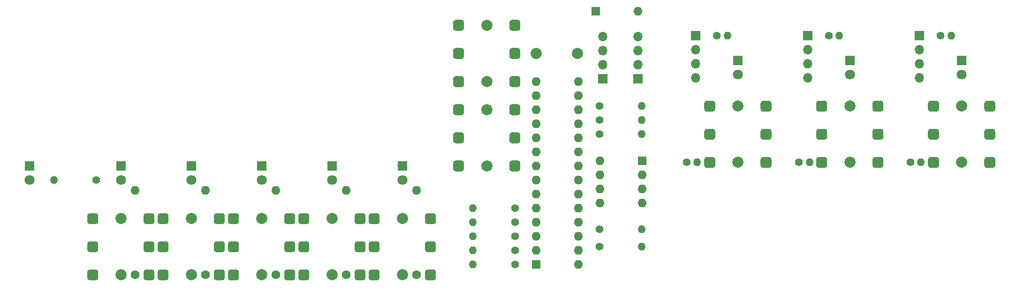
<source format=gbr>
%TF.GenerationSoftware,KiCad,Pcbnew,(5.1.9)-1*%
%TF.CreationDate,2021-06-09T10:26:03+02:00*%
%TF.ProjectId,Frontplatte,46726f6e-7470-46c6-9174-74652e6b6963,rev?*%
%TF.SameCoordinates,Original*%
%TF.FileFunction,Soldermask,Top*%
%TF.FilePolarity,Negative*%
%FSLAX46Y46*%
G04 Gerber Fmt 4.6, Leading zero omitted, Abs format (unit mm)*
G04 Created by KiCad (PCBNEW (5.1.9)-1) date 2021-06-09 10:26:03*
%MOMM*%
%LPD*%
G01*
G04 APERTURE LIST*
%ADD10O,1.600000X1.600000*%
%ADD11C,1.600000*%
%ADD12O,1.400000X1.400000*%
%ADD13C,1.400000*%
%ADD14R,1.700000X1.700000*%
%ADD15O,1.700000X1.700000*%
%ADD16R,1.600000X1.600000*%
%ADD17C,2.000000*%
%ADD18C,1.800000*%
%ADD19R,1.800000X1.800000*%
G04 APERTURE END LIST*
D10*
%TO.C,R10*%
X124460000Y-83820000D03*
D11*
X124460000Y-99060000D03*
%TD*%
D10*
%TO.C,R8*%
X111760000Y-83820000D03*
D11*
X111760000Y-99060000D03*
%TD*%
D10*
%TO.C,R6*%
X99060000Y-83820000D03*
D11*
X99060000Y-99060000D03*
%TD*%
D10*
%TO.C,R4*%
X86360000Y-83820000D03*
D11*
X86360000Y-99060000D03*
%TD*%
D10*
%TO.C,R2*%
X73660000Y-83820000D03*
D11*
X73660000Y-99060000D03*
%TD*%
D12*
%TO.C,R18*%
X215537500Y-78740000D03*
D13*
X213637500Y-78740000D03*
%TD*%
%TO.C,R16*%
X193524500Y-78740000D03*
D12*
X195424500Y-78740000D03*
%TD*%
%TO.C,R14*%
X175151500Y-78740000D03*
D13*
X173251500Y-78740000D03*
%TD*%
D12*
%TO.C,R22*%
X165100000Y-68580000D03*
D13*
X157480000Y-68580000D03*
%TD*%
D12*
%TO.C,R21*%
X165100000Y-71120000D03*
D13*
X157480000Y-71120000D03*
%TD*%
D12*
%TO.C,R20*%
X165100000Y-73660000D03*
D13*
X157480000Y-73660000D03*
%TD*%
D12*
%TO.C,R13*%
X165100000Y-90805000D03*
D13*
X157480000Y-90805000D03*
%TD*%
D12*
%TO.C,R12*%
X165100000Y-93980000D03*
D13*
X157480000Y-93980000D03*
%TD*%
D14*
%TO.C,J4*%
X195072000Y-55880000D03*
D15*
X195072000Y-58420000D03*
X195072000Y-60960000D03*
X195072000Y-63500000D03*
%TD*%
D12*
%TO.C,R19*%
X220980000Y-55880000D03*
D13*
X219080000Y-55880000D03*
%TD*%
%TO.C,R17*%
X198887000Y-55880000D03*
D12*
X200787000Y-55880000D03*
%TD*%
%TO.C,R15*%
X180594000Y-55880000D03*
D13*
X178694000Y-55880000D03*
%TD*%
D12*
%TO.C,R11*%
X134620000Y-86995000D03*
D13*
X142240000Y-86995000D03*
%TD*%
D12*
%TO.C,R9*%
X134620000Y-89535000D03*
D13*
X142240000Y-89535000D03*
%TD*%
D12*
%TO.C,R7*%
X134620000Y-92075000D03*
D13*
X142240000Y-92075000D03*
%TD*%
D12*
%TO.C,R5*%
X134620000Y-94615000D03*
D13*
X142240000Y-94615000D03*
%TD*%
D12*
%TO.C,R3*%
X134620000Y-97155000D03*
D13*
X142240000Y-97155000D03*
%TD*%
D12*
%TO.C,R1*%
X59055000Y-81915000D03*
D13*
X66675000Y-81915000D03*
%TD*%
D16*
%TO.C,D10*%
X156845000Y-51435000D03*
D10*
X164465000Y-51435000D03*
%TD*%
%TO.C,S10*%
G36*
G01*
X216805000Y-69080000D02*
X216805000Y-68080000D01*
G75*
G02*
X217305000Y-67580000I500000J0D01*
G01*
X218305000Y-67580000D01*
G75*
G02*
X218805000Y-68080000I0J-500000D01*
G01*
X218805000Y-69080000D01*
G75*
G02*
X218305000Y-69580000I-500000J0D01*
G01*
X217305000Y-69580000D01*
G75*
G02*
X216805000Y-69080000I0J500000D01*
G01*
G37*
G36*
G01*
X216805000Y-74160000D02*
X216805000Y-73160000D01*
G75*
G02*
X217305000Y-72660000I500000J0D01*
G01*
X218305000Y-72660000D01*
G75*
G02*
X218805000Y-73160000I0J-500000D01*
G01*
X218805000Y-74160000D01*
G75*
G02*
X218305000Y-74660000I-500000J0D01*
G01*
X217305000Y-74660000D01*
G75*
G02*
X216805000Y-74160000I0J500000D01*
G01*
G37*
G36*
G01*
X216805000Y-79240000D02*
X216805000Y-78240000D01*
G75*
G02*
X217305000Y-77740000I500000J0D01*
G01*
X218305000Y-77740000D01*
G75*
G02*
X218805000Y-78240000I0J-500000D01*
G01*
X218805000Y-79240000D01*
G75*
G02*
X218305000Y-79740000I-500000J0D01*
G01*
X217305000Y-79740000D01*
G75*
G02*
X216805000Y-79240000I0J500000D01*
G01*
G37*
G36*
G01*
X226965000Y-69080000D02*
X226965000Y-68080000D01*
G75*
G02*
X227465000Y-67580000I500000J0D01*
G01*
X228465000Y-67580000D01*
G75*
G02*
X228965000Y-68080000I0J-500000D01*
G01*
X228965000Y-69080000D01*
G75*
G02*
X228465000Y-69580000I-500000J0D01*
G01*
X227465000Y-69580000D01*
G75*
G02*
X226965000Y-69080000I0J500000D01*
G01*
G37*
G36*
G01*
X226965000Y-74160000D02*
X226965000Y-73160000D01*
G75*
G02*
X227465000Y-72660000I500000J0D01*
G01*
X228465000Y-72660000D01*
G75*
G02*
X228965000Y-73160000I0J-500000D01*
G01*
X228965000Y-74160000D01*
G75*
G02*
X228465000Y-74660000I-500000J0D01*
G01*
X227465000Y-74660000D01*
G75*
G02*
X226965000Y-74160000I0J500000D01*
G01*
G37*
G36*
G01*
X226965000Y-79240000D02*
X226965000Y-78240000D01*
G75*
G02*
X227465000Y-77740000I500000J0D01*
G01*
X228465000Y-77740000D01*
G75*
G02*
X228965000Y-78240000I0J-500000D01*
G01*
X228965000Y-79240000D01*
G75*
G02*
X228465000Y-79740000I-500000J0D01*
G01*
X227465000Y-79740000D01*
G75*
G02*
X226965000Y-79240000I0J500000D01*
G01*
G37*
D17*
X222885000Y-68580000D03*
X222885000Y-78740000D03*
%TD*%
D16*
%TO.C,SW1*%
X165227000Y-78486000D03*
D10*
X157607000Y-86106000D03*
X165227000Y-81026000D03*
X157607000Y-83566000D03*
X165227000Y-83566000D03*
X157607000Y-81026000D03*
X165227000Y-86106000D03*
X157607000Y-78486000D03*
%TD*%
D17*
%TO.C,C1*%
X153550000Y-59055000D03*
X146050000Y-59055000D03*
%TD*%
%TO.C,S9*%
X202692000Y-78740000D03*
X202692000Y-68580000D03*
G36*
G01*
X206772000Y-79240000D02*
X206772000Y-78240000D01*
G75*
G02*
X207272000Y-77740000I500000J0D01*
G01*
X208272000Y-77740000D01*
G75*
G02*
X208772000Y-78240000I0J-500000D01*
G01*
X208772000Y-79240000D01*
G75*
G02*
X208272000Y-79740000I-500000J0D01*
G01*
X207272000Y-79740000D01*
G75*
G02*
X206772000Y-79240000I0J500000D01*
G01*
G37*
G36*
G01*
X206772000Y-74160000D02*
X206772000Y-73160000D01*
G75*
G02*
X207272000Y-72660000I500000J0D01*
G01*
X208272000Y-72660000D01*
G75*
G02*
X208772000Y-73160000I0J-500000D01*
G01*
X208772000Y-74160000D01*
G75*
G02*
X208272000Y-74660000I-500000J0D01*
G01*
X207272000Y-74660000D01*
G75*
G02*
X206772000Y-74160000I0J500000D01*
G01*
G37*
G36*
G01*
X206772000Y-69080000D02*
X206772000Y-68080000D01*
G75*
G02*
X207272000Y-67580000I500000J0D01*
G01*
X208272000Y-67580000D01*
G75*
G02*
X208772000Y-68080000I0J-500000D01*
G01*
X208772000Y-69080000D01*
G75*
G02*
X208272000Y-69580000I-500000J0D01*
G01*
X207272000Y-69580000D01*
G75*
G02*
X206772000Y-69080000I0J500000D01*
G01*
G37*
G36*
G01*
X196612000Y-79240000D02*
X196612000Y-78240000D01*
G75*
G02*
X197112000Y-77740000I500000J0D01*
G01*
X198112000Y-77740000D01*
G75*
G02*
X198612000Y-78240000I0J-500000D01*
G01*
X198612000Y-79240000D01*
G75*
G02*
X198112000Y-79740000I-500000J0D01*
G01*
X197112000Y-79740000D01*
G75*
G02*
X196612000Y-79240000I0J500000D01*
G01*
G37*
G36*
G01*
X196612000Y-74160000D02*
X196612000Y-73160000D01*
G75*
G02*
X197112000Y-72660000I500000J0D01*
G01*
X198112000Y-72660000D01*
G75*
G02*
X198612000Y-73160000I0J-500000D01*
G01*
X198612000Y-74160000D01*
G75*
G02*
X198112000Y-74660000I-500000J0D01*
G01*
X197112000Y-74660000D01*
G75*
G02*
X196612000Y-74160000I0J500000D01*
G01*
G37*
G36*
G01*
X196612000Y-69080000D02*
X196612000Y-68080000D01*
G75*
G02*
X197112000Y-67580000I500000J0D01*
G01*
X198112000Y-67580000D01*
G75*
G02*
X198612000Y-68080000I0J-500000D01*
G01*
X198612000Y-69080000D01*
G75*
G02*
X198112000Y-69580000I-500000J0D01*
G01*
X197112000Y-69580000D01*
G75*
G02*
X196612000Y-69080000I0J500000D01*
G01*
G37*
%TD*%
%TO.C,S8*%
G36*
G01*
X176419000Y-69080000D02*
X176419000Y-68080000D01*
G75*
G02*
X176919000Y-67580000I500000J0D01*
G01*
X177919000Y-67580000D01*
G75*
G02*
X178419000Y-68080000I0J-500000D01*
G01*
X178419000Y-69080000D01*
G75*
G02*
X177919000Y-69580000I-500000J0D01*
G01*
X176919000Y-69580000D01*
G75*
G02*
X176419000Y-69080000I0J500000D01*
G01*
G37*
G36*
G01*
X176419000Y-74160000D02*
X176419000Y-73160000D01*
G75*
G02*
X176919000Y-72660000I500000J0D01*
G01*
X177919000Y-72660000D01*
G75*
G02*
X178419000Y-73160000I0J-500000D01*
G01*
X178419000Y-74160000D01*
G75*
G02*
X177919000Y-74660000I-500000J0D01*
G01*
X176919000Y-74660000D01*
G75*
G02*
X176419000Y-74160000I0J500000D01*
G01*
G37*
G36*
G01*
X176419000Y-79240000D02*
X176419000Y-78240000D01*
G75*
G02*
X176919000Y-77740000I500000J0D01*
G01*
X177919000Y-77740000D01*
G75*
G02*
X178419000Y-78240000I0J-500000D01*
G01*
X178419000Y-79240000D01*
G75*
G02*
X177919000Y-79740000I-500000J0D01*
G01*
X176919000Y-79740000D01*
G75*
G02*
X176419000Y-79240000I0J500000D01*
G01*
G37*
G36*
G01*
X186579000Y-69080000D02*
X186579000Y-68080000D01*
G75*
G02*
X187079000Y-67580000I500000J0D01*
G01*
X188079000Y-67580000D01*
G75*
G02*
X188579000Y-68080000I0J-500000D01*
G01*
X188579000Y-69080000D01*
G75*
G02*
X188079000Y-69580000I-500000J0D01*
G01*
X187079000Y-69580000D01*
G75*
G02*
X186579000Y-69080000I0J500000D01*
G01*
G37*
G36*
G01*
X186579000Y-74160000D02*
X186579000Y-73160000D01*
G75*
G02*
X187079000Y-72660000I500000J0D01*
G01*
X188079000Y-72660000D01*
G75*
G02*
X188579000Y-73160000I0J-500000D01*
G01*
X188579000Y-74160000D01*
G75*
G02*
X188079000Y-74660000I-500000J0D01*
G01*
X187079000Y-74660000D01*
G75*
G02*
X186579000Y-74160000I0J500000D01*
G01*
G37*
G36*
G01*
X186579000Y-79240000D02*
X186579000Y-78240000D01*
G75*
G02*
X187079000Y-77740000I500000J0D01*
G01*
X188079000Y-77740000D01*
G75*
G02*
X188579000Y-78240000I0J-500000D01*
G01*
X188579000Y-79240000D01*
G75*
G02*
X188079000Y-79740000I-500000J0D01*
G01*
X187079000Y-79740000D01*
G75*
G02*
X186579000Y-79240000I0J500000D01*
G01*
G37*
X182499000Y-68580000D03*
X182499000Y-78740000D03*
%TD*%
D15*
%TO.C,J5*%
X215265000Y-63500000D03*
X215265000Y-60960000D03*
X215265000Y-58420000D03*
D14*
X215265000Y-55880000D03*
%TD*%
D15*
%TO.C,J3*%
X174879000Y-63500000D03*
X174879000Y-60960000D03*
X174879000Y-58420000D03*
D14*
X174879000Y-55880000D03*
%TD*%
D18*
%TO.C,D9*%
X222885000Y-62865000D03*
D19*
X222885000Y-60325000D03*
%TD*%
%TO.C,D8*%
X202692000Y-60325000D03*
D18*
X202692000Y-62865000D03*
%TD*%
%TO.C,D7*%
X182499000Y-62865000D03*
D19*
X182499000Y-60325000D03*
%TD*%
D14*
%TO.C,J2*%
X164465000Y-63627000D03*
D15*
X164465000Y-61087000D03*
X164465000Y-58547000D03*
X164465000Y-56007000D03*
%TD*%
D14*
%TO.C,J1*%
X158115000Y-63627000D03*
D15*
X158115000Y-61087000D03*
X158115000Y-58547000D03*
X158115000Y-56007000D03*
%TD*%
D19*
%TO.C,D6*%
X121920000Y-79375000D03*
D18*
X121920000Y-81915000D03*
%TD*%
D19*
%TO.C,D5*%
X109220000Y-79375000D03*
D18*
X109220000Y-81915000D03*
%TD*%
D19*
%TO.C,D4*%
X96520000Y-79375000D03*
D18*
X96520000Y-81915000D03*
%TD*%
D19*
%TO.C,D3*%
X83820000Y-79375000D03*
D18*
X83820000Y-81915000D03*
%TD*%
D19*
%TO.C,D2*%
X71120000Y-79375000D03*
D18*
X71120000Y-81915000D03*
%TD*%
D19*
%TO.C,D1*%
X54610000Y-79375000D03*
D18*
X54610000Y-81915000D03*
%TD*%
D16*
%TO.C,U1*%
X146050000Y-97155000D03*
D10*
X153670000Y-64135000D03*
X146050000Y-94615000D03*
X153670000Y-66675000D03*
X146050000Y-92075000D03*
X153670000Y-69215000D03*
X146050000Y-89535000D03*
X153670000Y-71755000D03*
X146050000Y-86995000D03*
X153670000Y-74295000D03*
X146050000Y-84455000D03*
X153670000Y-76835000D03*
X146050000Y-81915000D03*
X153670000Y-79375000D03*
X146050000Y-79375000D03*
X153670000Y-81915000D03*
X146050000Y-76835000D03*
X153670000Y-84455000D03*
X146050000Y-74295000D03*
X153670000Y-86995000D03*
X146050000Y-71755000D03*
X153670000Y-89535000D03*
X146050000Y-69215000D03*
X153670000Y-92075000D03*
X146050000Y-66675000D03*
X153670000Y-94615000D03*
X146050000Y-64135000D03*
X153670000Y-97155000D03*
%TD*%
%TO.C,S7*%
G36*
G01*
X131080000Y-54475000D02*
X131080000Y-53475000D01*
G75*
G02*
X131580000Y-52975000I500000J0D01*
G01*
X132580000Y-52975000D01*
G75*
G02*
X133080000Y-53475000I0J-500000D01*
G01*
X133080000Y-54475000D01*
G75*
G02*
X132580000Y-54975000I-500000J0D01*
G01*
X131580000Y-54975000D01*
G75*
G02*
X131080000Y-54475000I0J500000D01*
G01*
G37*
G36*
G01*
X131080000Y-59555000D02*
X131080000Y-58555000D01*
G75*
G02*
X131580000Y-58055000I500000J0D01*
G01*
X132580000Y-58055000D01*
G75*
G02*
X133080000Y-58555000I0J-500000D01*
G01*
X133080000Y-59555000D01*
G75*
G02*
X132580000Y-60055000I-500000J0D01*
G01*
X131580000Y-60055000D01*
G75*
G02*
X131080000Y-59555000I0J500000D01*
G01*
G37*
G36*
G01*
X131080000Y-64635000D02*
X131080000Y-63635000D01*
G75*
G02*
X131580000Y-63135000I500000J0D01*
G01*
X132580000Y-63135000D01*
G75*
G02*
X133080000Y-63635000I0J-500000D01*
G01*
X133080000Y-64635000D01*
G75*
G02*
X132580000Y-65135000I-500000J0D01*
G01*
X131580000Y-65135000D01*
G75*
G02*
X131080000Y-64635000I0J500000D01*
G01*
G37*
G36*
G01*
X141240000Y-54475000D02*
X141240000Y-53475000D01*
G75*
G02*
X141740000Y-52975000I500000J0D01*
G01*
X142740000Y-52975000D01*
G75*
G02*
X143240000Y-53475000I0J-500000D01*
G01*
X143240000Y-54475000D01*
G75*
G02*
X142740000Y-54975000I-500000J0D01*
G01*
X141740000Y-54975000D01*
G75*
G02*
X141240000Y-54475000I0J500000D01*
G01*
G37*
G36*
G01*
X141240000Y-59555000D02*
X141240000Y-58555000D01*
G75*
G02*
X141740000Y-58055000I500000J0D01*
G01*
X142740000Y-58055000D01*
G75*
G02*
X143240000Y-58555000I0J-500000D01*
G01*
X143240000Y-59555000D01*
G75*
G02*
X142740000Y-60055000I-500000J0D01*
G01*
X141740000Y-60055000D01*
G75*
G02*
X141240000Y-59555000I0J500000D01*
G01*
G37*
G36*
G01*
X141240000Y-64635000D02*
X141240000Y-63635000D01*
G75*
G02*
X141740000Y-63135000I500000J0D01*
G01*
X142740000Y-63135000D01*
G75*
G02*
X143240000Y-63635000I0J-500000D01*
G01*
X143240000Y-64635000D01*
G75*
G02*
X142740000Y-65135000I-500000J0D01*
G01*
X141740000Y-65135000D01*
G75*
G02*
X141240000Y-64635000I0J500000D01*
G01*
G37*
D17*
X137160000Y-53975000D03*
X137160000Y-64135000D03*
%TD*%
%TO.C,S6*%
G36*
G01*
X131080000Y-69715000D02*
X131080000Y-68715000D01*
G75*
G02*
X131580000Y-68215000I500000J0D01*
G01*
X132580000Y-68215000D01*
G75*
G02*
X133080000Y-68715000I0J-500000D01*
G01*
X133080000Y-69715000D01*
G75*
G02*
X132580000Y-70215000I-500000J0D01*
G01*
X131580000Y-70215000D01*
G75*
G02*
X131080000Y-69715000I0J500000D01*
G01*
G37*
G36*
G01*
X131080000Y-74795000D02*
X131080000Y-73795000D01*
G75*
G02*
X131580000Y-73295000I500000J0D01*
G01*
X132580000Y-73295000D01*
G75*
G02*
X133080000Y-73795000I0J-500000D01*
G01*
X133080000Y-74795000D01*
G75*
G02*
X132580000Y-75295000I-500000J0D01*
G01*
X131580000Y-75295000D01*
G75*
G02*
X131080000Y-74795000I0J500000D01*
G01*
G37*
G36*
G01*
X131080000Y-79875000D02*
X131080000Y-78875000D01*
G75*
G02*
X131580000Y-78375000I500000J0D01*
G01*
X132580000Y-78375000D01*
G75*
G02*
X133080000Y-78875000I0J-500000D01*
G01*
X133080000Y-79875000D01*
G75*
G02*
X132580000Y-80375000I-500000J0D01*
G01*
X131580000Y-80375000D01*
G75*
G02*
X131080000Y-79875000I0J500000D01*
G01*
G37*
G36*
G01*
X141240000Y-69715000D02*
X141240000Y-68715000D01*
G75*
G02*
X141740000Y-68215000I500000J0D01*
G01*
X142740000Y-68215000D01*
G75*
G02*
X143240000Y-68715000I0J-500000D01*
G01*
X143240000Y-69715000D01*
G75*
G02*
X142740000Y-70215000I-500000J0D01*
G01*
X141740000Y-70215000D01*
G75*
G02*
X141240000Y-69715000I0J500000D01*
G01*
G37*
G36*
G01*
X141240000Y-74795000D02*
X141240000Y-73795000D01*
G75*
G02*
X141740000Y-73295000I500000J0D01*
G01*
X142740000Y-73295000D01*
G75*
G02*
X143240000Y-73795000I0J-500000D01*
G01*
X143240000Y-74795000D01*
G75*
G02*
X142740000Y-75295000I-500000J0D01*
G01*
X141740000Y-75295000D01*
G75*
G02*
X141240000Y-74795000I0J500000D01*
G01*
G37*
G36*
G01*
X141240000Y-79875000D02*
X141240000Y-78875000D01*
G75*
G02*
X141740000Y-78375000I500000J0D01*
G01*
X142740000Y-78375000D01*
G75*
G02*
X143240000Y-78875000I0J-500000D01*
G01*
X143240000Y-79875000D01*
G75*
G02*
X142740000Y-80375000I-500000J0D01*
G01*
X141740000Y-80375000D01*
G75*
G02*
X141240000Y-79875000I0J500000D01*
G01*
G37*
X137160000Y-69215000D03*
X137160000Y-79375000D03*
%TD*%
%TO.C,S5*%
G36*
G01*
X115840000Y-89400000D02*
X115840000Y-88400000D01*
G75*
G02*
X116340000Y-87900000I500000J0D01*
G01*
X117340000Y-87900000D01*
G75*
G02*
X117840000Y-88400000I0J-500000D01*
G01*
X117840000Y-89400000D01*
G75*
G02*
X117340000Y-89900000I-500000J0D01*
G01*
X116340000Y-89900000D01*
G75*
G02*
X115840000Y-89400000I0J500000D01*
G01*
G37*
G36*
G01*
X115840000Y-94480000D02*
X115840000Y-93480000D01*
G75*
G02*
X116340000Y-92980000I500000J0D01*
G01*
X117340000Y-92980000D01*
G75*
G02*
X117840000Y-93480000I0J-500000D01*
G01*
X117840000Y-94480000D01*
G75*
G02*
X117340000Y-94980000I-500000J0D01*
G01*
X116340000Y-94980000D01*
G75*
G02*
X115840000Y-94480000I0J500000D01*
G01*
G37*
G36*
G01*
X115840000Y-99560000D02*
X115840000Y-98560000D01*
G75*
G02*
X116340000Y-98060000I500000J0D01*
G01*
X117340000Y-98060000D01*
G75*
G02*
X117840000Y-98560000I0J-500000D01*
G01*
X117840000Y-99560000D01*
G75*
G02*
X117340000Y-100060000I-500000J0D01*
G01*
X116340000Y-100060000D01*
G75*
G02*
X115840000Y-99560000I0J500000D01*
G01*
G37*
G36*
G01*
X126000000Y-89400000D02*
X126000000Y-88400000D01*
G75*
G02*
X126500000Y-87900000I500000J0D01*
G01*
X127500000Y-87900000D01*
G75*
G02*
X128000000Y-88400000I0J-500000D01*
G01*
X128000000Y-89400000D01*
G75*
G02*
X127500000Y-89900000I-500000J0D01*
G01*
X126500000Y-89900000D01*
G75*
G02*
X126000000Y-89400000I0J500000D01*
G01*
G37*
G36*
G01*
X126000000Y-94480000D02*
X126000000Y-93480000D01*
G75*
G02*
X126500000Y-92980000I500000J0D01*
G01*
X127500000Y-92980000D01*
G75*
G02*
X128000000Y-93480000I0J-500000D01*
G01*
X128000000Y-94480000D01*
G75*
G02*
X127500000Y-94980000I-500000J0D01*
G01*
X126500000Y-94980000D01*
G75*
G02*
X126000000Y-94480000I0J500000D01*
G01*
G37*
G36*
G01*
X126000000Y-99560000D02*
X126000000Y-98560000D01*
G75*
G02*
X126500000Y-98060000I500000J0D01*
G01*
X127500000Y-98060000D01*
G75*
G02*
X128000000Y-98560000I0J-500000D01*
G01*
X128000000Y-99560000D01*
G75*
G02*
X127500000Y-100060000I-500000J0D01*
G01*
X126500000Y-100060000D01*
G75*
G02*
X126000000Y-99560000I0J500000D01*
G01*
G37*
X121920000Y-88900000D03*
X121920000Y-99060000D03*
%TD*%
%TO.C,S4*%
G36*
G01*
X103140000Y-89400000D02*
X103140000Y-88400000D01*
G75*
G02*
X103640000Y-87900000I500000J0D01*
G01*
X104640000Y-87900000D01*
G75*
G02*
X105140000Y-88400000I0J-500000D01*
G01*
X105140000Y-89400000D01*
G75*
G02*
X104640000Y-89900000I-500000J0D01*
G01*
X103640000Y-89900000D01*
G75*
G02*
X103140000Y-89400000I0J500000D01*
G01*
G37*
G36*
G01*
X103140000Y-94480000D02*
X103140000Y-93480000D01*
G75*
G02*
X103640000Y-92980000I500000J0D01*
G01*
X104640000Y-92980000D01*
G75*
G02*
X105140000Y-93480000I0J-500000D01*
G01*
X105140000Y-94480000D01*
G75*
G02*
X104640000Y-94980000I-500000J0D01*
G01*
X103640000Y-94980000D01*
G75*
G02*
X103140000Y-94480000I0J500000D01*
G01*
G37*
G36*
G01*
X103140000Y-99560000D02*
X103140000Y-98560000D01*
G75*
G02*
X103640000Y-98060000I500000J0D01*
G01*
X104640000Y-98060000D01*
G75*
G02*
X105140000Y-98560000I0J-500000D01*
G01*
X105140000Y-99560000D01*
G75*
G02*
X104640000Y-100060000I-500000J0D01*
G01*
X103640000Y-100060000D01*
G75*
G02*
X103140000Y-99560000I0J500000D01*
G01*
G37*
G36*
G01*
X113300000Y-89400000D02*
X113300000Y-88400000D01*
G75*
G02*
X113800000Y-87900000I500000J0D01*
G01*
X114800000Y-87900000D01*
G75*
G02*
X115300000Y-88400000I0J-500000D01*
G01*
X115300000Y-89400000D01*
G75*
G02*
X114800000Y-89900000I-500000J0D01*
G01*
X113800000Y-89900000D01*
G75*
G02*
X113300000Y-89400000I0J500000D01*
G01*
G37*
G36*
G01*
X113300000Y-94480000D02*
X113300000Y-93480000D01*
G75*
G02*
X113800000Y-92980000I500000J0D01*
G01*
X114800000Y-92980000D01*
G75*
G02*
X115300000Y-93480000I0J-500000D01*
G01*
X115300000Y-94480000D01*
G75*
G02*
X114800000Y-94980000I-500000J0D01*
G01*
X113800000Y-94980000D01*
G75*
G02*
X113300000Y-94480000I0J500000D01*
G01*
G37*
G36*
G01*
X113300000Y-99560000D02*
X113300000Y-98560000D01*
G75*
G02*
X113800000Y-98060000I500000J0D01*
G01*
X114800000Y-98060000D01*
G75*
G02*
X115300000Y-98560000I0J-500000D01*
G01*
X115300000Y-99560000D01*
G75*
G02*
X114800000Y-100060000I-500000J0D01*
G01*
X113800000Y-100060000D01*
G75*
G02*
X113300000Y-99560000I0J500000D01*
G01*
G37*
X109220000Y-88900000D03*
X109220000Y-99060000D03*
%TD*%
%TO.C,S3*%
G36*
G01*
X90440000Y-89400000D02*
X90440000Y-88400000D01*
G75*
G02*
X90940000Y-87900000I500000J0D01*
G01*
X91940000Y-87900000D01*
G75*
G02*
X92440000Y-88400000I0J-500000D01*
G01*
X92440000Y-89400000D01*
G75*
G02*
X91940000Y-89900000I-500000J0D01*
G01*
X90940000Y-89900000D01*
G75*
G02*
X90440000Y-89400000I0J500000D01*
G01*
G37*
G36*
G01*
X90440000Y-94480000D02*
X90440000Y-93480000D01*
G75*
G02*
X90940000Y-92980000I500000J0D01*
G01*
X91940000Y-92980000D01*
G75*
G02*
X92440000Y-93480000I0J-500000D01*
G01*
X92440000Y-94480000D01*
G75*
G02*
X91940000Y-94980000I-500000J0D01*
G01*
X90940000Y-94980000D01*
G75*
G02*
X90440000Y-94480000I0J500000D01*
G01*
G37*
G36*
G01*
X90440000Y-99560000D02*
X90440000Y-98560000D01*
G75*
G02*
X90940000Y-98060000I500000J0D01*
G01*
X91940000Y-98060000D01*
G75*
G02*
X92440000Y-98560000I0J-500000D01*
G01*
X92440000Y-99560000D01*
G75*
G02*
X91940000Y-100060000I-500000J0D01*
G01*
X90940000Y-100060000D01*
G75*
G02*
X90440000Y-99560000I0J500000D01*
G01*
G37*
G36*
G01*
X100600000Y-89400000D02*
X100600000Y-88400000D01*
G75*
G02*
X101100000Y-87900000I500000J0D01*
G01*
X102100000Y-87900000D01*
G75*
G02*
X102600000Y-88400000I0J-500000D01*
G01*
X102600000Y-89400000D01*
G75*
G02*
X102100000Y-89900000I-500000J0D01*
G01*
X101100000Y-89900000D01*
G75*
G02*
X100600000Y-89400000I0J500000D01*
G01*
G37*
G36*
G01*
X100600000Y-94480000D02*
X100600000Y-93480000D01*
G75*
G02*
X101100000Y-92980000I500000J0D01*
G01*
X102100000Y-92980000D01*
G75*
G02*
X102600000Y-93480000I0J-500000D01*
G01*
X102600000Y-94480000D01*
G75*
G02*
X102100000Y-94980000I-500000J0D01*
G01*
X101100000Y-94980000D01*
G75*
G02*
X100600000Y-94480000I0J500000D01*
G01*
G37*
G36*
G01*
X100600000Y-99560000D02*
X100600000Y-98560000D01*
G75*
G02*
X101100000Y-98060000I500000J0D01*
G01*
X102100000Y-98060000D01*
G75*
G02*
X102600000Y-98560000I0J-500000D01*
G01*
X102600000Y-99560000D01*
G75*
G02*
X102100000Y-100060000I-500000J0D01*
G01*
X101100000Y-100060000D01*
G75*
G02*
X100600000Y-99560000I0J500000D01*
G01*
G37*
X96520000Y-88900000D03*
X96520000Y-99060000D03*
%TD*%
%TO.C,S2*%
G36*
G01*
X77740000Y-89400000D02*
X77740000Y-88400000D01*
G75*
G02*
X78240000Y-87900000I500000J0D01*
G01*
X79240000Y-87900000D01*
G75*
G02*
X79740000Y-88400000I0J-500000D01*
G01*
X79740000Y-89400000D01*
G75*
G02*
X79240000Y-89900000I-500000J0D01*
G01*
X78240000Y-89900000D01*
G75*
G02*
X77740000Y-89400000I0J500000D01*
G01*
G37*
G36*
G01*
X77740000Y-94480000D02*
X77740000Y-93480000D01*
G75*
G02*
X78240000Y-92980000I500000J0D01*
G01*
X79240000Y-92980000D01*
G75*
G02*
X79740000Y-93480000I0J-500000D01*
G01*
X79740000Y-94480000D01*
G75*
G02*
X79240000Y-94980000I-500000J0D01*
G01*
X78240000Y-94980000D01*
G75*
G02*
X77740000Y-94480000I0J500000D01*
G01*
G37*
G36*
G01*
X77740000Y-99560000D02*
X77740000Y-98560000D01*
G75*
G02*
X78240000Y-98060000I500000J0D01*
G01*
X79240000Y-98060000D01*
G75*
G02*
X79740000Y-98560000I0J-500000D01*
G01*
X79740000Y-99560000D01*
G75*
G02*
X79240000Y-100060000I-500000J0D01*
G01*
X78240000Y-100060000D01*
G75*
G02*
X77740000Y-99560000I0J500000D01*
G01*
G37*
G36*
G01*
X87900000Y-89400000D02*
X87900000Y-88400000D01*
G75*
G02*
X88400000Y-87900000I500000J0D01*
G01*
X89400000Y-87900000D01*
G75*
G02*
X89900000Y-88400000I0J-500000D01*
G01*
X89900000Y-89400000D01*
G75*
G02*
X89400000Y-89900000I-500000J0D01*
G01*
X88400000Y-89900000D01*
G75*
G02*
X87900000Y-89400000I0J500000D01*
G01*
G37*
G36*
G01*
X87900000Y-94480000D02*
X87900000Y-93480000D01*
G75*
G02*
X88400000Y-92980000I500000J0D01*
G01*
X89400000Y-92980000D01*
G75*
G02*
X89900000Y-93480000I0J-500000D01*
G01*
X89900000Y-94480000D01*
G75*
G02*
X89400000Y-94980000I-500000J0D01*
G01*
X88400000Y-94980000D01*
G75*
G02*
X87900000Y-94480000I0J500000D01*
G01*
G37*
G36*
G01*
X87900000Y-99560000D02*
X87900000Y-98560000D01*
G75*
G02*
X88400000Y-98060000I500000J0D01*
G01*
X89400000Y-98060000D01*
G75*
G02*
X89900000Y-98560000I0J-500000D01*
G01*
X89900000Y-99560000D01*
G75*
G02*
X89400000Y-100060000I-500000J0D01*
G01*
X88400000Y-100060000D01*
G75*
G02*
X87900000Y-99560000I0J500000D01*
G01*
G37*
X83820000Y-88900000D03*
X83820000Y-99060000D03*
%TD*%
%TO.C,S1*%
G36*
G01*
X65040000Y-89400000D02*
X65040000Y-88400000D01*
G75*
G02*
X65540000Y-87900000I500000J0D01*
G01*
X66540000Y-87900000D01*
G75*
G02*
X67040000Y-88400000I0J-500000D01*
G01*
X67040000Y-89400000D01*
G75*
G02*
X66540000Y-89900000I-500000J0D01*
G01*
X65540000Y-89900000D01*
G75*
G02*
X65040000Y-89400000I0J500000D01*
G01*
G37*
G36*
G01*
X65040000Y-94480000D02*
X65040000Y-93480000D01*
G75*
G02*
X65540000Y-92980000I500000J0D01*
G01*
X66540000Y-92980000D01*
G75*
G02*
X67040000Y-93480000I0J-500000D01*
G01*
X67040000Y-94480000D01*
G75*
G02*
X66540000Y-94980000I-500000J0D01*
G01*
X65540000Y-94980000D01*
G75*
G02*
X65040000Y-94480000I0J500000D01*
G01*
G37*
G36*
G01*
X65040000Y-99560000D02*
X65040000Y-98560000D01*
G75*
G02*
X65540000Y-98060000I500000J0D01*
G01*
X66540000Y-98060000D01*
G75*
G02*
X67040000Y-98560000I0J-500000D01*
G01*
X67040000Y-99560000D01*
G75*
G02*
X66540000Y-100060000I-500000J0D01*
G01*
X65540000Y-100060000D01*
G75*
G02*
X65040000Y-99560000I0J500000D01*
G01*
G37*
G36*
G01*
X75200000Y-89400000D02*
X75200000Y-88400000D01*
G75*
G02*
X75700000Y-87900000I500000J0D01*
G01*
X76700000Y-87900000D01*
G75*
G02*
X77200000Y-88400000I0J-500000D01*
G01*
X77200000Y-89400000D01*
G75*
G02*
X76700000Y-89900000I-500000J0D01*
G01*
X75700000Y-89900000D01*
G75*
G02*
X75200000Y-89400000I0J500000D01*
G01*
G37*
G36*
G01*
X75200000Y-94480000D02*
X75200000Y-93480000D01*
G75*
G02*
X75700000Y-92980000I500000J0D01*
G01*
X76700000Y-92980000D01*
G75*
G02*
X77200000Y-93480000I0J-500000D01*
G01*
X77200000Y-94480000D01*
G75*
G02*
X76700000Y-94980000I-500000J0D01*
G01*
X75700000Y-94980000D01*
G75*
G02*
X75200000Y-94480000I0J500000D01*
G01*
G37*
G36*
G01*
X75200000Y-99560000D02*
X75200000Y-98560000D01*
G75*
G02*
X75700000Y-98060000I500000J0D01*
G01*
X76700000Y-98060000D01*
G75*
G02*
X77200000Y-98560000I0J-500000D01*
G01*
X77200000Y-99560000D01*
G75*
G02*
X76700000Y-100060000I-500000J0D01*
G01*
X75700000Y-100060000D01*
G75*
G02*
X75200000Y-99560000I0J500000D01*
G01*
G37*
X71120000Y-88900000D03*
X71120000Y-99060000D03*
%TD*%
M02*

</source>
